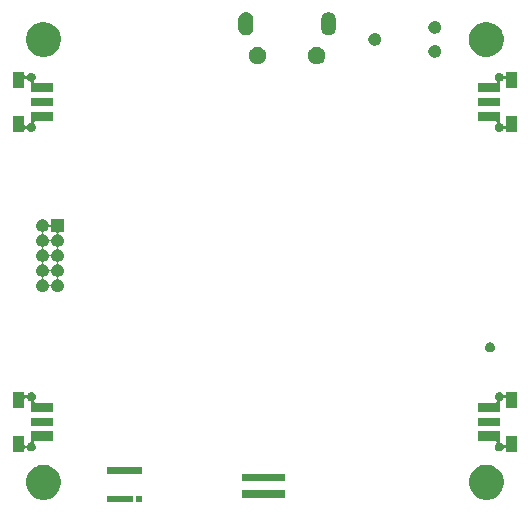
<source format=gbr>
G04 #@! TF.GenerationSoftware,KiCad,Pcbnew,5.0.2+dfsg1-1*
G04 #@! TF.CreationDate,2020-12-10T00:07:48-08:00*
G04 #@! TF.ProjectId,chronopy,6368726f-6e6f-4707-992e-6b696361645f,rev?*
G04 #@! TF.SameCoordinates,Original*
G04 #@! TF.FileFunction,Soldermask,Top*
G04 #@! TF.FilePolarity,Negative*
%FSLAX46Y46*%
G04 Gerber Fmt 4.6, Leading zero omitted, Abs format (unit mm)*
G04 Created by KiCad (PCBNEW 5.0.2+dfsg1-1) date Thu 10 Dec 2020 12:07:48 AM PST*
%MOMM*%
%LPD*%
G01*
G04 APERTURE LIST*
%ADD10C,0.100000*%
G04 APERTURE END LIST*
D10*
G36*
X109825835Y-117941273D02*
X109275035Y-117941273D01*
X109275035Y-117390473D01*
X109825835Y-117390473D01*
X109825835Y-117941273D01*
X109825835Y-117941273D01*
G37*
G36*
X109005835Y-117941273D02*
X106855035Y-117941273D01*
X106855035Y-117390473D01*
X109005835Y-117390473D01*
X109005835Y-117941273D01*
X109005835Y-117941273D01*
G37*
G36*
X139372376Y-114836938D02*
X139372379Y-114836939D01*
X139372378Y-114836939D01*
X139640884Y-114948157D01*
X139640885Y-114948158D01*
X139882536Y-115109624D01*
X140088036Y-115315124D01*
X140088038Y-115315127D01*
X140249503Y-115556776D01*
X140335526Y-115764454D01*
X140360722Y-115825284D01*
X140417420Y-116110324D01*
X140417420Y-116400956D01*
X140360722Y-116685996D01*
X140360721Y-116685998D01*
X140249503Y-116954504D01*
X140249502Y-116954505D01*
X140088036Y-117196156D01*
X139882536Y-117401656D01*
X139882533Y-117401658D01*
X139640884Y-117563123D01*
X139433206Y-117649146D01*
X139372376Y-117674342D01*
X139087336Y-117731040D01*
X138796704Y-117731040D01*
X138511664Y-117674342D01*
X138450834Y-117649146D01*
X138243156Y-117563123D01*
X138001507Y-117401658D01*
X138001504Y-117401656D01*
X137796004Y-117196156D01*
X137634538Y-116954505D01*
X137634537Y-116954504D01*
X137523319Y-116685998D01*
X137523318Y-116685996D01*
X137466620Y-116400956D01*
X137466620Y-116110324D01*
X137523318Y-115825284D01*
X137548514Y-115764454D01*
X137634537Y-115556776D01*
X137796002Y-115315127D01*
X137796004Y-115315124D01*
X138001504Y-115109624D01*
X138243155Y-114948158D01*
X138243156Y-114948157D01*
X138511662Y-114836939D01*
X138511661Y-114836939D01*
X138511664Y-114836938D01*
X138796704Y-114780240D01*
X139087336Y-114780240D01*
X139372376Y-114836938D01*
X139372376Y-114836938D01*
G37*
G36*
X101874356Y-114834398D02*
X101935186Y-114859594D01*
X102142864Y-114945617D01*
X102381255Y-115104905D01*
X102384516Y-115107084D01*
X102590016Y-115312584D01*
X102590018Y-115312587D01*
X102751483Y-115554236D01*
X102752535Y-115556776D01*
X102862702Y-115822744D01*
X102919400Y-116107784D01*
X102919400Y-116398416D01*
X102862702Y-116683456D01*
X102862701Y-116683458D01*
X102751483Y-116951964D01*
X102749785Y-116954505D01*
X102590016Y-117193616D01*
X102384516Y-117399116D01*
X102384513Y-117399118D01*
X102142864Y-117560583D01*
X101935186Y-117646606D01*
X101874356Y-117671802D01*
X101589316Y-117728500D01*
X101298684Y-117728500D01*
X101013644Y-117671802D01*
X100952814Y-117646606D01*
X100745136Y-117560583D01*
X100503487Y-117399118D01*
X100503484Y-117399116D01*
X100297984Y-117193616D01*
X100138215Y-116954505D01*
X100136517Y-116951964D01*
X100025299Y-116683458D01*
X100025298Y-116683456D01*
X99968600Y-116398416D01*
X99968600Y-116107784D01*
X100025298Y-115822744D01*
X100135465Y-115556776D01*
X100136517Y-115554236D01*
X100297982Y-115312587D01*
X100297984Y-115312584D01*
X100503484Y-115107084D01*
X100506745Y-115104905D01*
X100745136Y-114945617D01*
X100952814Y-114859594D01*
X101013644Y-114834398D01*
X101298684Y-114777700D01*
X101589316Y-114777700D01*
X101874356Y-114834398D01*
X101874356Y-114834398D01*
G37*
G36*
X121936490Y-117583820D02*
X118261110Y-117583820D01*
X118261110Y-116933580D01*
X121936490Y-116933580D01*
X121936490Y-117583820D01*
X121936490Y-117583820D01*
G37*
G36*
X121936490Y-116186820D02*
X118261110Y-116186820D01*
X118261110Y-115536580D01*
X121936490Y-115536580D01*
X121936490Y-116186820D01*
X121936490Y-116186820D01*
G37*
G36*
X109805835Y-115541273D02*
X106855035Y-115541273D01*
X106855035Y-114990473D01*
X109805835Y-114990473D01*
X109805835Y-115541273D01*
X109805835Y-115541273D01*
G37*
G36*
X102238754Y-112757719D02*
X100746426Y-112757719D01*
X100722040Y-112760121D01*
X100698591Y-112767234D01*
X100676980Y-112778785D01*
X100658038Y-112794331D01*
X100642492Y-112813273D01*
X100630941Y-112834884D01*
X100623828Y-112858333D01*
X100621426Y-112882719D01*
X100623828Y-112907105D01*
X100630941Y-112930554D01*
X100642492Y-112952165D01*
X100658038Y-112971107D01*
X100704946Y-113018015D01*
X100746029Y-113079500D01*
X100774328Y-113147819D01*
X100788754Y-113220344D01*
X100788754Y-113294294D01*
X100774328Y-113366819D01*
X100746029Y-113435138D01*
X100704946Y-113496623D01*
X100652658Y-113548911D01*
X100591173Y-113589994D01*
X100522854Y-113618293D01*
X100450329Y-113632719D01*
X100376379Y-113632719D01*
X100303854Y-113618293D01*
X100235535Y-113589994D01*
X100174050Y-113548911D01*
X100121762Y-113496623D01*
X100080679Y-113435138D01*
X100079239Y-113431662D01*
X100067688Y-113410051D01*
X100052143Y-113391109D01*
X100033201Y-113375564D01*
X100011590Y-113364012D01*
X99988141Y-113356899D01*
X99963755Y-113354497D01*
X99939368Y-113356899D01*
X99915919Y-113364012D01*
X99894308Y-113375563D01*
X99875366Y-113391108D01*
X99859821Y-113410050D01*
X99848269Y-113431661D01*
X99841156Y-113455110D01*
X99838754Y-113479497D01*
X99838754Y-113657719D01*
X98887954Y-113657719D01*
X98887954Y-112306919D01*
X99838754Y-112306919D01*
X99838754Y-113035141D01*
X99841156Y-113059527D01*
X99848269Y-113082976D01*
X99859820Y-113104587D01*
X99875366Y-113123529D01*
X99894308Y-113139075D01*
X99915919Y-113150626D01*
X99939368Y-113157739D01*
X99963754Y-113160141D01*
X99988140Y-113157739D01*
X100011589Y-113150626D01*
X100033200Y-113139075D01*
X100052142Y-113123529D01*
X100067688Y-113104587D01*
X100079239Y-113082976D01*
X100080679Y-113079500D01*
X100121762Y-113018015D01*
X100174050Y-112965727D01*
X100235535Y-112924644D01*
X100310789Y-112893473D01*
X100332400Y-112881922D01*
X100351342Y-112866377D01*
X100366887Y-112847435D01*
X100378439Y-112825824D01*
X100385552Y-112802375D01*
X100387954Y-112777988D01*
X100387954Y-111956919D01*
X102238754Y-111956919D01*
X102238754Y-112757719D01*
X102238754Y-112757719D01*
G37*
G36*
X140062754Y-112777988D02*
X140065156Y-112802374D01*
X140072269Y-112825823D01*
X140083820Y-112847434D01*
X140099366Y-112866376D01*
X140118308Y-112881922D01*
X140139919Y-112893473D01*
X140215173Y-112924644D01*
X140276658Y-112965727D01*
X140328946Y-113018015D01*
X140370029Y-113079500D01*
X140371469Y-113082976D01*
X140383020Y-113104587D01*
X140398565Y-113123529D01*
X140417507Y-113139074D01*
X140439118Y-113150626D01*
X140462567Y-113157739D01*
X140486953Y-113160141D01*
X140511340Y-113157739D01*
X140534789Y-113150626D01*
X140556400Y-113139075D01*
X140575342Y-113123530D01*
X140590887Y-113104588D01*
X140602439Y-113082977D01*
X140609552Y-113059528D01*
X140611954Y-113035141D01*
X140611954Y-112306919D01*
X141562754Y-112306919D01*
X141562754Y-113657719D01*
X140611954Y-113657719D01*
X140611954Y-113479497D01*
X140609552Y-113455111D01*
X140602439Y-113431662D01*
X140590888Y-113410051D01*
X140575342Y-113391109D01*
X140556400Y-113375563D01*
X140534789Y-113364012D01*
X140511340Y-113356899D01*
X140486954Y-113354497D01*
X140462568Y-113356899D01*
X140439119Y-113364012D01*
X140417508Y-113375563D01*
X140398566Y-113391109D01*
X140383020Y-113410051D01*
X140371469Y-113431662D01*
X140370029Y-113435138D01*
X140328946Y-113496623D01*
X140276658Y-113548911D01*
X140215173Y-113589994D01*
X140146854Y-113618293D01*
X140074329Y-113632719D01*
X140000379Y-113632719D01*
X139927854Y-113618293D01*
X139859535Y-113589994D01*
X139798050Y-113548911D01*
X139745762Y-113496623D01*
X139704679Y-113435138D01*
X139676380Y-113366819D01*
X139661954Y-113294294D01*
X139661954Y-113220344D01*
X139676380Y-113147819D01*
X139704679Y-113079500D01*
X139745762Y-113018015D01*
X139792670Y-112971107D01*
X139808216Y-112952165D01*
X139819767Y-112930554D01*
X139826880Y-112907105D01*
X139829282Y-112882719D01*
X139826880Y-112858333D01*
X139819767Y-112834884D01*
X139808216Y-112813273D01*
X139792670Y-112794331D01*
X139773728Y-112778785D01*
X139752117Y-112767234D01*
X139728668Y-112760121D01*
X139704282Y-112757719D01*
X138211954Y-112757719D01*
X138211954Y-111956919D01*
X140062754Y-111956919D01*
X140062754Y-112777988D01*
X140062754Y-112777988D01*
G37*
G36*
X102238754Y-111457719D02*
X100387954Y-111457719D01*
X100387954Y-110806919D01*
X102238754Y-110806919D01*
X102238754Y-111457719D01*
X102238754Y-111457719D01*
G37*
G36*
X140062754Y-111457719D02*
X138211954Y-111457719D01*
X138211954Y-110806919D01*
X140062754Y-110806919D01*
X140062754Y-111457719D01*
X140062754Y-111457719D01*
G37*
G36*
X99838754Y-108785141D02*
X99841156Y-108809527D01*
X99848269Y-108832976D01*
X99859820Y-108854587D01*
X99875366Y-108873529D01*
X99894308Y-108889075D01*
X99915919Y-108900626D01*
X99939368Y-108907739D01*
X99963754Y-108910141D01*
X99988140Y-108907739D01*
X100011589Y-108900626D01*
X100033200Y-108889075D01*
X100052142Y-108873529D01*
X100067688Y-108854587D01*
X100079239Y-108832976D01*
X100080679Y-108829500D01*
X100121762Y-108768015D01*
X100174050Y-108715727D01*
X100235535Y-108674644D01*
X100303854Y-108646345D01*
X100376379Y-108631919D01*
X100450329Y-108631919D01*
X100522854Y-108646345D01*
X100591173Y-108674644D01*
X100652658Y-108715727D01*
X100704946Y-108768015D01*
X100746029Y-108829500D01*
X100774328Y-108897819D01*
X100788754Y-108970344D01*
X100788754Y-109044294D01*
X100774328Y-109116819D01*
X100746029Y-109185138D01*
X100704946Y-109246623D01*
X100658038Y-109293531D01*
X100642492Y-109312473D01*
X100630941Y-109334084D01*
X100623828Y-109357533D01*
X100621426Y-109381919D01*
X100623828Y-109406305D01*
X100630941Y-109429754D01*
X100642492Y-109451365D01*
X100658038Y-109470307D01*
X100676980Y-109485853D01*
X100698591Y-109497404D01*
X100722040Y-109504517D01*
X100746426Y-109506919D01*
X102238754Y-109506919D01*
X102238754Y-110307719D01*
X100387954Y-110307719D01*
X100387954Y-109486650D01*
X100385552Y-109462264D01*
X100378439Y-109438815D01*
X100366888Y-109417204D01*
X100351342Y-109398262D01*
X100332400Y-109382716D01*
X100310789Y-109371165D01*
X100235535Y-109339994D01*
X100174050Y-109298911D01*
X100121762Y-109246623D01*
X100080679Y-109185138D01*
X100079239Y-109181662D01*
X100067688Y-109160051D01*
X100052143Y-109141109D01*
X100033201Y-109125564D01*
X100011590Y-109114012D01*
X99988141Y-109106899D01*
X99963755Y-109104497D01*
X99939368Y-109106899D01*
X99915919Y-109114012D01*
X99894308Y-109125563D01*
X99875366Y-109141108D01*
X99859821Y-109160050D01*
X99848269Y-109181661D01*
X99841156Y-109205110D01*
X99838754Y-109229497D01*
X99838754Y-109957719D01*
X98887954Y-109957719D01*
X98887954Y-108606919D01*
X99838754Y-108606919D01*
X99838754Y-108785141D01*
X99838754Y-108785141D01*
G37*
G36*
X141562754Y-109957719D02*
X140611954Y-109957719D01*
X140611954Y-109229497D01*
X140609552Y-109205111D01*
X140602439Y-109181662D01*
X140590888Y-109160051D01*
X140575342Y-109141109D01*
X140556400Y-109125563D01*
X140534789Y-109114012D01*
X140511340Y-109106899D01*
X140486954Y-109104497D01*
X140462568Y-109106899D01*
X140439119Y-109114012D01*
X140417508Y-109125563D01*
X140398566Y-109141109D01*
X140383020Y-109160051D01*
X140371469Y-109181662D01*
X140370029Y-109185138D01*
X140328946Y-109246623D01*
X140276658Y-109298911D01*
X140215173Y-109339994D01*
X140139919Y-109371165D01*
X140118308Y-109382716D01*
X140099366Y-109398261D01*
X140083821Y-109417203D01*
X140072269Y-109438814D01*
X140065156Y-109462263D01*
X140062754Y-109486650D01*
X140062754Y-110307719D01*
X138211954Y-110307719D01*
X138211954Y-109506919D01*
X139704282Y-109506919D01*
X139728668Y-109504517D01*
X139752117Y-109497404D01*
X139773728Y-109485853D01*
X139792670Y-109470307D01*
X139808216Y-109451365D01*
X139819767Y-109429754D01*
X139826880Y-109406305D01*
X139829282Y-109381919D01*
X139826880Y-109357533D01*
X139819767Y-109334084D01*
X139808216Y-109312473D01*
X139792670Y-109293531D01*
X139745762Y-109246623D01*
X139704679Y-109185138D01*
X139676380Y-109116819D01*
X139661954Y-109044294D01*
X139661954Y-108970344D01*
X139676380Y-108897819D01*
X139704679Y-108829500D01*
X139745762Y-108768015D01*
X139798050Y-108715727D01*
X139859535Y-108674644D01*
X139927854Y-108646345D01*
X140000379Y-108631919D01*
X140074329Y-108631919D01*
X140146854Y-108646345D01*
X140215173Y-108674644D01*
X140276658Y-108715727D01*
X140328946Y-108768015D01*
X140370029Y-108829500D01*
X140371469Y-108832976D01*
X140383020Y-108854587D01*
X140398565Y-108873529D01*
X140417507Y-108889074D01*
X140439118Y-108900626D01*
X140462567Y-108907739D01*
X140486953Y-108910141D01*
X140511340Y-108907739D01*
X140534789Y-108900626D01*
X140556400Y-108889075D01*
X140575342Y-108873530D01*
X140590887Y-108854588D01*
X140602439Y-108832977D01*
X140609552Y-108809528D01*
X140611954Y-108785141D01*
X140611954Y-108606919D01*
X141562754Y-108606919D01*
X141562754Y-109957719D01*
X141562754Y-109957719D01*
G37*
G36*
X139376439Y-104417267D02*
X139453856Y-104449335D01*
X139523531Y-104495890D01*
X139582783Y-104555142D01*
X139629338Y-104624817D01*
X139661406Y-104702234D01*
X139677754Y-104784421D01*
X139677754Y-104868217D01*
X139661406Y-104950404D01*
X139629338Y-105027821D01*
X139582783Y-105097496D01*
X139523531Y-105156748D01*
X139453856Y-105203303D01*
X139376439Y-105235371D01*
X139294252Y-105251719D01*
X139210456Y-105251719D01*
X139128269Y-105235371D01*
X139050852Y-105203303D01*
X138981177Y-105156748D01*
X138921925Y-105097496D01*
X138875370Y-105027821D01*
X138843302Y-104950404D01*
X138826954Y-104868217D01*
X138826954Y-104784421D01*
X138843302Y-104702234D01*
X138875370Y-104624817D01*
X138921925Y-104555142D01*
X138981177Y-104495890D01*
X139050852Y-104449335D01*
X139128269Y-104417267D01*
X139210456Y-104400919D01*
X139294252Y-104400919D01*
X139376439Y-104417267D01*
X139376439Y-104417267D01*
G37*
G36*
X101430956Y-94007121D02*
X101469549Y-94010922D01*
X101519068Y-94025943D01*
X101568589Y-94040965D01*
X101617376Y-94067043D01*
X101659862Y-94089752D01*
X101659864Y-94089753D01*
X101659863Y-94089753D01*
X101739865Y-94155408D01*
X101805520Y-94235410D01*
X101854308Y-94326684D01*
X101859245Y-94342961D01*
X101866536Y-94366995D01*
X101875913Y-94389632D01*
X101889526Y-94410007D01*
X101906853Y-94427334D01*
X101927228Y-94440948D01*
X101949867Y-94450325D01*
X101973900Y-94455106D01*
X101998404Y-94455106D01*
X102022438Y-94450326D01*
X102045077Y-94440948D01*
X102065452Y-94427335D01*
X102082779Y-94410008D01*
X102096393Y-94389633D01*
X102105770Y-94366994D01*
X102110551Y-94342961D01*
X102111153Y-94330708D01*
X102111153Y-94003320D01*
X103161953Y-94003320D01*
X103161953Y-95054120D01*
X102834565Y-95054120D01*
X102810179Y-95056522D01*
X102786730Y-95063635D01*
X102765119Y-95075186D01*
X102746177Y-95090732D01*
X102730631Y-95109674D01*
X102719080Y-95131285D01*
X102711967Y-95154734D01*
X102709565Y-95179120D01*
X102711967Y-95203506D01*
X102719080Y-95226955D01*
X102730631Y-95248566D01*
X102746177Y-95267508D01*
X102765119Y-95283054D01*
X102786730Y-95294605D01*
X102798276Y-95298736D01*
X102815925Y-95304090D01*
X102838589Y-95310965D01*
X102887376Y-95337043D01*
X102929862Y-95359752D01*
X102929864Y-95359753D01*
X102929863Y-95359753D01*
X103009865Y-95425408D01*
X103075520Y-95505410D01*
X103124308Y-95596684D01*
X103124308Y-95596685D01*
X103154351Y-95695724D01*
X103164495Y-95798720D01*
X103155797Y-95887039D01*
X103154351Y-95901715D01*
X103124308Y-96000756D01*
X103075520Y-96092030D01*
X103009865Y-96172032D01*
X102937035Y-96231801D01*
X102929862Y-96237688D01*
X102887376Y-96260397D01*
X102838589Y-96286475D01*
X102802519Y-96297416D01*
X102747508Y-96314104D01*
X102724873Y-96323480D01*
X102704498Y-96337093D01*
X102687171Y-96354420D01*
X102673557Y-96374795D01*
X102664180Y-96397434D01*
X102659399Y-96421467D01*
X102659399Y-96445971D01*
X102664179Y-96470005D01*
X102673557Y-96492644D01*
X102687170Y-96513019D01*
X102704497Y-96530346D01*
X102724872Y-96543960D01*
X102747508Y-96553336D01*
X102802519Y-96570024D01*
X102838589Y-96580965D01*
X102887376Y-96607043D01*
X102929862Y-96629752D01*
X102929864Y-96629753D01*
X102929863Y-96629753D01*
X103009865Y-96695408D01*
X103075520Y-96775410D01*
X103124308Y-96866684D01*
X103124308Y-96866685D01*
X103154351Y-96965724D01*
X103164495Y-97068720D01*
X103155797Y-97157039D01*
X103154351Y-97171715D01*
X103124308Y-97270756D01*
X103075520Y-97362030D01*
X103009865Y-97442032D01*
X102937035Y-97501801D01*
X102929862Y-97507688D01*
X102887376Y-97530397D01*
X102838589Y-97556475D01*
X102802519Y-97567416D01*
X102747508Y-97584104D01*
X102724873Y-97593480D01*
X102704498Y-97607093D01*
X102687171Y-97624420D01*
X102673557Y-97644795D01*
X102664180Y-97667434D01*
X102659399Y-97691467D01*
X102659399Y-97715971D01*
X102664179Y-97740005D01*
X102673557Y-97762644D01*
X102687170Y-97783019D01*
X102704497Y-97800346D01*
X102724872Y-97813960D01*
X102747508Y-97823336D01*
X102802519Y-97840024D01*
X102838589Y-97850965D01*
X102887376Y-97877043D01*
X102929862Y-97899752D01*
X102929864Y-97899753D01*
X102929863Y-97899753D01*
X103009865Y-97965408D01*
X103075520Y-98045410D01*
X103124308Y-98136684D01*
X103124308Y-98136685D01*
X103154351Y-98235724D01*
X103164495Y-98338720D01*
X103155797Y-98427039D01*
X103154351Y-98441715D01*
X103124308Y-98540756D01*
X103075520Y-98632030D01*
X103009865Y-98712032D01*
X102937036Y-98771801D01*
X102929862Y-98777688D01*
X102887376Y-98800397D01*
X102838589Y-98826475D01*
X102802519Y-98837416D01*
X102747508Y-98854104D01*
X102724873Y-98863480D01*
X102704498Y-98877093D01*
X102687171Y-98894420D01*
X102673557Y-98914795D01*
X102664180Y-98937434D01*
X102659399Y-98961467D01*
X102659399Y-98985971D01*
X102664179Y-99010005D01*
X102673557Y-99032644D01*
X102687170Y-99053019D01*
X102704497Y-99070346D01*
X102724872Y-99083960D01*
X102747508Y-99093336D01*
X102802519Y-99110024D01*
X102838589Y-99120965D01*
X102887376Y-99147043D01*
X102929862Y-99169752D01*
X102929864Y-99169753D01*
X102929863Y-99169753D01*
X103009865Y-99235408D01*
X103075520Y-99315410D01*
X103124308Y-99406684D01*
X103124308Y-99406685D01*
X103154351Y-99505724D01*
X103164495Y-99608720D01*
X103155797Y-99697039D01*
X103154351Y-99711715D01*
X103124308Y-99810756D01*
X103075520Y-99902030D01*
X103009865Y-99982032D01*
X102937036Y-100041801D01*
X102929862Y-100047688D01*
X102887376Y-100070397D01*
X102838589Y-100096475D01*
X102789069Y-100111496D01*
X102739549Y-100126518D01*
X102700956Y-100130319D01*
X102662364Y-100134120D01*
X102610742Y-100134120D01*
X102572150Y-100130319D01*
X102533557Y-100126518D01*
X102484037Y-100111496D01*
X102434517Y-100096475D01*
X102385730Y-100070397D01*
X102343244Y-100047688D01*
X102336070Y-100041801D01*
X102263241Y-99982032D01*
X102197586Y-99902030D01*
X102148798Y-99810756D01*
X102121171Y-99719679D01*
X102111793Y-99697040D01*
X102098180Y-99676665D01*
X102080853Y-99659338D01*
X102060478Y-99645724D01*
X102037839Y-99636347D01*
X102013806Y-99631566D01*
X101989302Y-99631566D01*
X101965268Y-99636346D01*
X101942629Y-99645724D01*
X101922254Y-99659337D01*
X101904927Y-99676664D01*
X101891313Y-99697039D01*
X101881935Y-99719679D01*
X101854308Y-99810756D01*
X101805520Y-99902030D01*
X101739865Y-99982032D01*
X101667036Y-100041801D01*
X101659862Y-100047688D01*
X101617376Y-100070397D01*
X101568589Y-100096475D01*
X101519069Y-100111496D01*
X101469549Y-100126518D01*
X101430956Y-100130319D01*
X101392364Y-100134120D01*
X101340742Y-100134120D01*
X101302150Y-100130319D01*
X101263557Y-100126518D01*
X101214037Y-100111496D01*
X101164517Y-100096475D01*
X101115730Y-100070397D01*
X101073244Y-100047688D01*
X101066070Y-100041801D01*
X100993241Y-99982032D01*
X100927586Y-99902030D01*
X100878798Y-99810756D01*
X100848755Y-99711715D01*
X100847310Y-99697039D01*
X100838611Y-99608720D01*
X100848755Y-99505724D01*
X100878798Y-99406685D01*
X100878798Y-99406684D01*
X100927586Y-99315410D01*
X100993241Y-99235408D01*
X101073243Y-99169753D01*
X101073242Y-99169753D01*
X101073244Y-99169752D01*
X101115730Y-99147043D01*
X101164517Y-99120965D01*
X101200587Y-99110024D01*
X101255598Y-99093336D01*
X101278233Y-99083960D01*
X101298608Y-99070347D01*
X101315935Y-99053020D01*
X101329549Y-99032645D01*
X101338926Y-99010006D01*
X101343707Y-98985973D01*
X101343707Y-98961469D01*
X101343707Y-98961467D01*
X101389399Y-98961467D01*
X101389399Y-98985971D01*
X101394179Y-99010005D01*
X101403557Y-99032644D01*
X101417170Y-99053019D01*
X101434497Y-99070346D01*
X101454872Y-99083960D01*
X101477508Y-99093336D01*
X101532519Y-99110024D01*
X101568589Y-99120965D01*
X101617376Y-99147043D01*
X101659862Y-99169752D01*
X101659864Y-99169753D01*
X101659863Y-99169753D01*
X101739865Y-99235408D01*
X101805520Y-99315410D01*
X101854308Y-99406684D01*
X101881935Y-99497761D01*
X101891313Y-99520400D01*
X101904926Y-99540775D01*
X101922253Y-99558102D01*
X101942628Y-99571716D01*
X101965267Y-99581093D01*
X101989300Y-99585874D01*
X102013804Y-99585874D01*
X102037838Y-99581094D01*
X102060477Y-99571716D01*
X102080852Y-99558103D01*
X102098179Y-99540776D01*
X102111793Y-99520401D01*
X102121171Y-99497761D01*
X102148798Y-99406684D01*
X102197586Y-99315410D01*
X102263241Y-99235408D01*
X102343243Y-99169753D01*
X102343242Y-99169753D01*
X102343244Y-99169752D01*
X102385730Y-99147043D01*
X102434517Y-99120965D01*
X102470587Y-99110024D01*
X102525598Y-99093336D01*
X102548233Y-99083960D01*
X102568608Y-99070347D01*
X102585935Y-99053020D01*
X102599549Y-99032645D01*
X102608926Y-99010006D01*
X102613707Y-98985973D01*
X102613707Y-98961469D01*
X102608927Y-98937435D01*
X102599549Y-98914796D01*
X102585936Y-98894421D01*
X102568609Y-98877094D01*
X102548234Y-98863480D01*
X102525598Y-98854104D01*
X102470587Y-98837416D01*
X102434517Y-98826475D01*
X102385730Y-98800397D01*
X102343244Y-98777688D01*
X102336070Y-98771801D01*
X102263241Y-98712032D01*
X102197586Y-98632030D01*
X102148798Y-98540756D01*
X102121171Y-98449679D01*
X102111793Y-98427040D01*
X102098180Y-98406665D01*
X102080853Y-98389338D01*
X102060478Y-98375724D01*
X102037839Y-98366347D01*
X102013806Y-98361566D01*
X101989302Y-98361566D01*
X101965268Y-98366346D01*
X101942629Y-98375724D01*
X101922254Y-98389337D01*
X101904927Y-98406664D01*
X101891313Y-98427039D01*
X101881935Y-98449679D01*
X101854308Y-98540756D01*
X101805520Y-98632030D01*
X101739865Y-98712032D01*
X101667036Y-98771801D01*
X101659862Y-98777688D01*
X101617376Y-98800397D01*
X101568589Y-98826475D01*
X101532519Y-98837416D01*
X101477508Y-98854104D01*
X101454873Y-98863480D01*
X101434498Y-98877093D01*
X101417171Y-98894420D01*
X101403557Y-98914795D01*
X101394180Y-98937434D01*
X101389399Y-98961467D01*
X101343707Y-98961467D01*
X101338927Y-98937435D01*
X101329549Y-98914796D01*
X101315936Y-98894421D01*
X101298609Y-98877094D01*
X101278234Y-98863480D01*
X101255598Y-98854104D01*
X101200587Y-98837416D01*
X101164517Y-98826475D01*
X101115730Y-98800397D01*
X101073244Y-98777688D01*
X101066070Y-98771801D01*
X100993241Y-98712032D01*
X100927586Y-98632030D01*
X100878798Y-98540756D01*
X100848755Y-98441715D01*
X100847310Y-98427039D01*
X100838611Y-98338720D01*
X100848755Y-98235724D01*
X100878798Y-98136685D01*
X100878798Y-98136684D01*
X100927586Y-98045410D01*
X100993241Y-97965408D01*
X101073243Y-97899753D01*
X101073242Y-97899753D01*
X101073244Y-97899752D01*
X101115730Y-97877043D01*
X101164517Y-97850965D01*
X101200587Y-97840024D01*
X101255598Y-97823336D01*
X101278233Y-97813960D01*
X101298608Y-97800347D01*
X101315935Y-97783020D01*
X101329549Y-97762645D01*
X101338926Y-97740006D01*
X101343707Y-97715973D01*
X101343707Y-97691469D01*
X101343707Y-97691467D01*
X101389399Y-97691467D01*
X101389399Y-97715971D01*
X101394179Y-97740005D01*
X101403557Y-97762644D01*
X101417170Y-97783019D01*
X101434497Y-97800346D01*
X101454872Y-97813960D01*
X101477508Y-97823336D01*
X101532519Y-97840024D01*
X101568589Y-97850965D01*
X101617376Y-97877043D01*
X101659862Y-97899752D01*
X101659864Y-97899753D01*
X101659863Y-97899753D01*
X101739865Y-97965408D01*
X101805520Y-98045410D01*
X101854308Y-98136684D01*
X101881935Y-98227761D01*
X101891313Y-98250400D01*
X101904926Y-98270775D01*
X101922253Y-98288102D01*
X101942628Y-98301716D01*
X101965267Y-98311093D01*
X101989300Y-98315874D01*
X102013804Y-98315874D01*
X102037838Y-98311094D01*
X102060477Y-98301716D01*
X102080852Y-98288103D01*
X102098179Y-98270776D01*
X102111793Y-98250401D01*
X102121171Y-98227761D01*
X102148798Y-98136684D01*
X102197586Y-98045410D01*
X102263241Y-97965408D01*
X102343243Y-97899753D01*
X102343242Y-97899753D01*
X102343244Y-97899752D01*
X102385730Y-97877043D01*
X102434517Y-97850965D01*
X102470587Y-97840024D01*
X102525598Y-97823336D01*
X102548233Y-97813960D01*
X102568608Y-97800347D01*
X102585935Y-97783020D01*
X102599549Y-97762645D01*
X102608926Y-97740006D01*
X102613707Y-97715973D01*
X102613707Y-97691469D01*
X102608927Y-97667435D01*
X102599549Y-97644796D01*
X102585936Y-97624421D01*
X102568609Y-97607094D01*
X102548234Y-97593480D01*
X102525598Y-97584104D01*
X102470587Y-97567416D01*
X102434517Y-97556475D01*
X102385730Y-97530397D01*
X102343244Y-97507688D01*
X102336071Y-97501801D01*
X102263241Y-97442032D01*
X102197586Y-97362030D01*
X102148798Y-97270756D01*
X102121171Y-97179679D01*
X102111793Y-97157040D01*
X102098180Y-97136665D01*
X102080853Y-97119338D01*
X102060478Y-97105724D01*
X102037839Y-97096347D01*
X102013806Y-97091566D01*
X101989302Y-97091566D01*
X101965268Y-97096346D01*
X101942629Y-97105724D01*
X101922254Y-97119337D01*
X101904927Y-97136664D01*
X101891313Y-97157039D01*
X101881935Y-97179679D01*
X101854308Y-97270756D01*
X101805520Y-97362030D01*
X101739865Y-97442032D01*
X101667035Y-97501801D01*
X101659862Y-97507688D01*
X101617376Y-97530397D01*
X101568589Y-97556475D01*
X101532519Y-97567416D01*
X101477508Y-97584104D01*
X101454873Y-97593480D01*
X101434498Y-97607093D01*
X101417171Y-97624420D01*
X101403557Y-97644795D01*
X101394180Y-97667434D01*
X101389399Y-97691467D01*
X101343707Y-97691467D01*
X101338927Y-97667435D01*
X101329549Y-97644796D01*
X101315936Y-97624421D01*
X101298609Y-97607094D01*
X101278234Y-97593480D01*
X101255598Y-97584104D01*
X101200587Y-97567416D01*
X101164517Y-97556475D01*
X101115730Y-97530397D01*
X101073244Y-97507688D01*
X101066071Y-97501801D01*
X100993241Y-97442032D01*
X100927586Y-97362030D01*
X100878798Y-97270756D01*
X100848755Y-97171715D01*
X100847310Y-97157039D01*
X100838611Y-97068720D01*
X100848755Y-96965724D01*
X100878798Y-96866685D01*
X100878798Y-96866684D01*
X100927586Y-96775410D01*
X100993241Y-96695408D01*
X101073243Y-96629753D01*
X101073242Y-96629753D01*
X101073244Y-96629752D01*
X101115730Y-96607043D01*
X101164517Y-96580965D01*
X101200587Y-96570024D01*
X101255598Y-96553336D01*
X101278233Y-96543960D01*
X101298608Y-96530347D01*
X101315935Y-96513020D01*
X101329549Y-96492645D01*
X101338926Y-96470006D01*
X101343707Y-96445973D01*
X101343707Y-96421469D01*
X101343707Y-96421467D01*
X101389399Y-96421467D01*
X101389399Y-96445971D01*
X101394179Y-96470005D01*
X101403557Y-96492644D01*
X101417170Y-96513019D01*
X101434497Y-96530346D01*
X101454872Y-96543960D01*
X101477508Y-96553336D01*
X101532519Y-96570024D01*
X101568589Y-96580965D01*
X101617376Y-96607043D01*
X101659862Y-96629752D01*
X101659864Y-96629753D01*
X101659863Y-96629753D01*
X101739865Y-96695408D01*
X101805520Y-96775410D01*
X101854308Y-96866684D01*
X101881935Y-96957761D01*
X101891313Y-96980400D01*
X101904926Y-97000775D01*
X101922253Y-97018102D01*
X101942628Y-97031716D01*
X101965267Y-97041093D01*
X101989300Y-97045874D01*
X102013804Y-97045874D01*
X102037838Y-97041094D01*
X102060477Y-97031716D01*
X102080852Y-97018103D01*
X102098179Y-97000776D01*
X102111793Y-96980401D01*
X102121171Y-96957761D01*
X102148798Y-96866684D01*
X102197586Y-96775410D01*
X102263241Y-96695408D01*
X102343243Y-96629753D01*
X102343242Y-96629753D01*
X102343244Y-96629752D01*
X102385730Y-96607043D01*
X102434517Y-96580965D01*
X102470587Y-96570024D01*
X102525598Y-96553336D01*
X102548233Y-96543960D01*
X102568608Y-96530347D01*
X102585935Y-96513020D01*
X102599549Y-96492645D01*
X102608926Y-96470006D01*
X102613707Y-96445973D01*
X102613707Y-96421469D01*
X102608927Y-96397435D01*
X102599549Y-96374796D01*
X102585936Y-96354421D01*
X102568609Y-96337094D01*
X102548234Y-96323480D01*
X102525598Y-96314104D01*
X102470587Y-96297416D01*
X102434517Y-96286475D01*
X102385730Y-96260397D01*
X102343244Y-96237688D01*
X102336071Y-96231801D01*
X102263241Y-96172032D01*
X102197586Y-96092030D01*
X102148798Y-96000756D01*
X102121171Y-95909679D01*
X102111793Y-95887040D01*
X102098180Y-95866665D01*
X102080853Y-95849338D01*
X102060478Y-95835724D01*
X102037839Y-95826347D01*
X102013806Y-95821566D01*
X101989302Y-95821566D01*
X101965268Y-95826346D01*
X101942629Y-95835724D01*
X101922254Y-95849337D01*
X101904927Y-95866664D01*
X101891313Y-95887039D01*
X101881935Y-95909679D01*
X101854308Y-96000756D01*
X101805520Y-96092030D01*
X101739865Y-96172032D01*
X101667035Y-96231801D01*
X101659862Y-96237688D01*
X101617376Y-96260397D01*
X101568589Y-96286475D01*
X101532519Y-96297416D01*
X101477508Y-96314104D01*
X101454873Y-96323480D01*
X101434498Y-96337093D01*
X101417171Y-96354420D01*
X101403557Y-96374795D01*
X101394180Y-96397434D01*
X101389399Y-96421467D01*
X101343707Y-96421467D01*
X101338927Y-96397435D01*
X101329549Y-96374796D01*
X101315936Y-96354421D01*
X101298609Y-96337094D01*
X101278234Y-96323480D01*
X101255598Y-96314104D01*
X101200587Y-96297416D01*
X101164517Y-96286475D01*
X101115730Y-96260397D01*
X101073244Y-96237688D01*
X101066071Y-96231801D01*
X100993241Y-96172032D01*
X100927586Y-96092030D01*
X100878798Y-96000756D01*
X100848755Y-95901715D01*
X100847310Y-95887039D01*
X100838611Y-95798720D01*
X100848755Y-95695724D01*
X100878798Y-95596685D01*
X100878798Y-95596684D01*
X100927586Y-95505410D01*
X100993241Y-95425408D01*
X101073243Y-95359753D01*
X101073242Y-95359753D01*
X101073244Y-95359752D01*
X101115730Y-95337043D01*
X101164517Y-95310965D01*
X101235741Y-95289360D01*
X101255598Y-95283336D01*
X101278233Y-95273960D01*
X101298608Y-95260347D01*
X101315935Y-95243020D01*
X101329549Y-95222645D01*
X101338926Y-95200006D01*
X101343707Y-95175973D01*
X101343707Y-95151469D01*
X101343707Y-95151467D01*
X101389399Y-95151467D01*
X101389399Y-95175971D01*
X101394179Y-95200005D01*
X101403557Y-95222644D01*
X101417170Y-95243019D01*
X101434497Y-95260346D01*
X101454872Y-95273960D01*
X101477508Y-95283336D01*
X101497365Y-95289360D01*
X101568589Y-95310965D01*
X101617376Y-95337043D01*
X101659862Y-95359752D01*
X101659864Y-95359753D01*
X101659863Y-95359753D01*
X101739865Y-95425408D01*
X101805520Y-95505410D01*
X101854308Y-95596684D01*
X101881935Y-95687761D01*
X101891313Y-95710400D01*
X101904926Y-95730775D01*
X101922253Y-95748102D01*
X101942628Y-95761716D01*
X101965267Y-95771093D01*
X101989300Y-95775874D01*
X102013804Y-95775874D01*
X102037838Y-95771094D01*
X102060477Y-95761716D01*
X102080852Y-95748103D01*
X102098179Y-95730776D01*
X102111793Y-95710401D01*
X102121171Y-95687761D01*
X102148798Y-95596684D01*
X102197586Y-95505410D01*
X102263241Y-95425408D01*
X102343243Y-95359753D01*
X102343242Y-95359753D01*
X102343244Y-95359752D01*
X102385730Y-95337043D01*
X102434517Y-95310965D01*
X102457181Y-95304090D01*
X102474828Y-95298737D01*
X102497465Y-95289360D01*
X102517840Y-95275747D01*
X102535167Y-95258420D01*
X102548781Y-95238045D01*
X102558158Y-95215406D01*
X102562939Y-95191373D01*
X102562939Y-95166869D01*
X102558159Y-95142835D01*
X102548781Y-95120196D01*
X102535168Y-95099821D01*
X102517841Y-95082494D01*
X102497466Y-95068880D01*
X102474827Y-95059503D01*
X102450794Y-95054722D01*
X102438541Y-95054120D01*
X102111153Y-95054120D01*
X102111153Y-94726732D01*
X102108751Y-94702346D01*
X102101638Y-94678897D01*
X102090087Y-94657286D01*
X102074541Y-94638344D01*
X102055599Y-94622798D01*
X102033988Y-94611247D01*
X102010539Y-94604134D01*
X101986153Y-94601732D01*
X101961767Y-94604134D01*
X101938318Y-94611247D01*
X101916707Y-94622798D01*
X101897765Y-94638344D01*
X101882219Y-94657286D01*
X101870668Y-94678897D01*
X101866535Y-94690447D01*
X101854308Y-94730756D01*
X101805520Y-94822030D01*
X101739865Y-94902032D01*
X101667035Y-94961801D01*
X101659862Y-94967688D01*
X101617376Y-94990397D01*
X101568589Y-95016475D01*
X101532519Y-95027416D01*
X101477508Y-95044104D01*
X101454873Y-95053480D01*
X101434498Y-95067093D01*
X101417171Y-95084420D01*
X101403557Y-95104795D01*
X101394180Y-95127434D01*
X101389399Y-95151467D01*
X101343707Y-95151467D01*
X101338927Y-95127435D01*
X101329549Y-95104796D01*
X101315936Y-95084421D01*
X101298609Y-95067094D01*
X101278234Y-95053480D01*
X101255598Y-95044104D01*
X101200587Y-95027416D01*
X101164517Y-95016475D01*
X101115730Y-94990397D01*
X101073244Y-94967688D01*
X101066071Y-94961801D01*
X100993241Y-94902032D01*
X100927586Y-94822030D01*
X100878798Y-94730756D01*
X100848755Y-94631715D01*
X100846039Y-94604134D01*
X100838611Y-94528720D01*
X100848755Y-94425724D01*
X100873861Y-94342961D01*
X100878798Y-94326684D01*
X100927586Y-94235410D01*
X100993241Y-94155408D01*
X101073243Y-94089753D01*
X101073242Y-94089753D01*
X101073244Y-94089752D01*
X101115730Y-94067043D01*
X101164517Y-94040965D01*
X101214038Y-94025943D01*
X101263557Y-94010922D01*
X101302150Y-94007121D01*
X101340742Y-94003320D01*
X101392364Y-94003320D01*
X101430956Y-94007121D01*
X101430956Y-94007121D01*
G37*
G36*
X140062754Y-85726988D02*
X140065156Y-85751374D01*
X140072269Y-85774823D01*
X140083820Y-85796434D01*
X140099366Y-85815376D01*
X140118308Y-85830922D01*
X140139919Y-85842473D01*
X140215173Y-85873644D01*
X140276658Y-85914727D01*
X140328946Y-85967015D01*
X140370029Y-86028500D01*
X140371469Y-86031976D01*
X140383020Y-86053587D01*
X140398565Y-86072529D01*
X140417507Y-86088074D01*
X140439118Y-86099626D01*
X140462567Y-86106739D01*
X140486953Y-86109141D01*
X140511340Y-86106739D01*
X140534789Y-86099626D01*
X140556400Y-86088075D01*
X140575342Y-86072530D01*
X140590887Y-86053588D01*
X140602439Y-86031977D01*
X140609552Y-86008528D01*
X140611954Y-85984141D01*
X140611954Y-85255919D01*
X141562754Y-85255919D01*
X141562754Y-86606719D01*
X140611954Y-86606719D01*
X140611954Y-86428497D01*
X140609552Y-86404111D01*
X140602439Y-86380662D01*
X140590888Y-86359051D01*
X140575342Y-86340109D01*
X140556400Y-86324563D01*
X140534789Y-86313012D01*
X140511340Y-86305899D01*
X140486954Y-86303497D01*
X140462568Y-86305899D01*
X140439119Y-86313012D01*
X140417508Y-86324563D01*
X140398566Y-86340109D01*
X140383020Y-86359051D01*
X140371469Y-86380662D01*
X140370029Y-86384138D01*
X140328946Y-86445623D01*
X140276658Y-86497911D01*
X140215173Y-86538994D01*
X140146854Y-86567293D01*
X140074329Y-86581719D01*
X140000379Y-86581719D01*
X139927854Y-86567293D01*
X139859535Y-86538994D01*
X139798050Y-86497911D01*
X139745762Y-86445623D01*
X139704679Y-86384138D01*
X139676380Y-86315819D01*
X139661954Y-86243294D01*
X139661954Y-86169344D01*
X139676380Y-86096819D01*
X139704679Y-86028500D01*
X139745762Y-85967015D01*
X139792670Y-85920107D01*
X139808216Y-85901165D01*
X139819767Y-85879554D01*
X139826880Y-85856105D01*
X139829282Y-85831719D01*
X139826880Y-85807333D01*
X139819767Y-85783884D01*
X139808216Y-85762273D01*
X139792670Y-85743331D01*
X139773728Y-85727785D01*
X139752117Y-85716234D01*
X139728668Y-85709121D01*
X139704282Y-85706719D01*
X138211954Y-85706719D01*
X138211954Y-84905919D01*
X140062754Y-84905919D01*
X140062754Y-85726988D01*
X140062754Y-85726988D01*
G37*
G36*
X102238754Y-85706719D02*
X100746426Y-85706719D01*
X100722040Y-85709121D01*
X100698591Y-85716234D01*
X100676980Y-85727785D01*
X100658038Y-85743331D01*
X100642492Y-85762273D01*
X100630941Y-85783884D01*
X100623828Y-85807333D01*
X100621426Y-85831719D01*
X100623828Y-85856105D01*
X100630941Y-85879554D01*
X100642492Y-85901165D01*
X100658038Y-85920107D01*
X100704946Y-85967015D01*
X100746029Y-86028500D01*
X100774328Y-86096819D01*
X100788754Y-86169344D01*
X100788754Y-86243294D01*
X100774328Y-86315819D01*
X100746029Y-86384138D01*
X100704946Y-86445623D01*
X100652658Y-86497911D01*
X100591173Y-86538994D01*
X100522854Y-86567293D01*
X100450329Y-86581719D01*
X100376379Y-86581719D01*
X100303854Y-86567293D01*
X100235535Y-86538994D01*
X100174050Y-86497911D01*
X100121762Y-86445623D01*
X100080679Y-86384138D01*
X100079239Y-86380662D01*
X100067688Y-86359051D01*
X100052143Y-86340109D01*
X100033201Y-86324564D01*
X100011590Y-86313012D01*
X99988141Y-86305899D01*
X99963755Y-86303497D01*
X99939368Y-86305899D01*
X99915919Y-86313012D01*
X99894308Y-86324563D01*
X99875366Y-86340108D01*
X99859821Y-86359050D01*
X99848269Y-86380661D01*
X99841156Y-86404110D01*
X99838754Y-86428497D01*
X99838754Y-86606719D01*
X98887954Y-86606719D01*
X98887954Y-85255919D01*
X99838754Y-85255919D01*
X99838754Y-85984141D01*
X99841156Y-86008527D01*
X99848269Y-86031976D01*
X99859820Y-86053587D01*
X99875366Y-86072529D01*
X99894308Y-86088075D01*
X99915919Y-86099626D01*
X99939368Y-86106739D01*
X99963754Y-86109141D01*
X99988140Y-86106739D01*
X100011589Y-86099626D01*
X100033200Y-86088075D01*
X100052142Y-86072529D01*
X100067688Y-86053587D01*
X100079239Y-86031976D01*
X100080679Y-86028500D01*
X100121762Y-85967015D01*
X100174050Y-85914727D01*
X100235535Y-85873644D01*
X100310789Y-85842473D01*
X100332400Y-85830922D01*
X100351342Y-85815377D01*
X100366887Y-85796435D01*
X100378439Y-85774824D01*
X100385552Y-85751375D01*
X100387954Y-85726988D01*
X100387954Y-84905919D01*
X102238754Y-84905919D01*
X102238754Y-85706719D01*
X102238754Y-85706719D01*
G37*
G36*
X140062754Y-84406719D02*
X138211954Y-84406719D01*
X138211954Y-83755919D01*
X140062754Y-83755919D01*
X140062754Y-84406719D01*
X140062754Y-84406719D01*
G37*
G36*
X102238754Y-84406719D02*
X100387954Y-84406719D01*
X100387954Y-83755919D01*
X102238754Y-83755919D01*
X102238754Y-84406719D01*
X102238754Y-84406719D01*
G37*
G36*
X141562754Y-82906719D02*
X140611954Y-82906719D01*
X140611954Y-82178497D01*
X140609552Y-82154111D01*
X140602439Y-82130662D01*
X140590888Y-82109051D01*
X140575342Y-82090109D01*
X140556400Y-82074563D01*
X140534789Y-82063012D01*
X140511340Y-82055899D01*
X140486954Y-82053497D01*
X140462568Y-82055899D01*
X140439119Y-82063012D01*
X140417508Y-82074563D01*
X140398566Y-82090109D01*
X140383020Y-82109051D01*
X140371469Y-82130662D01*
X140370029Y-82134138D01*
X140328946Y-82195623D01*
X140276658Y-82247911D01*
X140215173Y-82288994D01*
X140139919Y-82320165D01*
X140118308Y-82331716D01*
X140099366Y-82347261D01*
X140083821Y-82366203D01*
X140072269Y-82387814D01*
X140065156Y-82411263D01*
X140062754Y-82435650D01*
X140062754Y-83256719D01*
X138211954Y-83256719D01*
X138211954Y-82455919D01*
X139704282Y-82455919D01*
X139728668Y-82453517D01*
X139752117Y-82446404D01*
X139773728Y-82434853D01*
X139792670Y-82419307D01*
X139808216Y-82400365D01*
X139819767Y-82378754D01*
X139826880Y-82355305D01*
X139829282Y-82330919D01*
X139826880Y-82306533D01*
X139819767Y-82283084D01*
X139808216Y-82261473D01*
X139792670Y-82242531D01*
X139745762Y-82195623D01*
X139704679Y-82134138D01*
X139676380Y-82065819D01*
X139661954Y-81993294D01*
X139661954Y-81919344D01*
X139676380Y-81846819D01*
X139704679Y-81778500D01*
X139745762Y-81717015D01*
X139798050Y-81664727D01*
X139859535Y-81623644D01*
X139927854Y-81595345D01*
X140000379Y-81580919D01*
X140074329Y-81580919D01*
X140146854Y-81595345D01*
X140215173Y-81623644D01*
X140276658Y-81664727D01*
X140328946Y-81717015D01*
X140370029Y-81778500D01*
X140371469Y-81781976D01*
X140383020Y-81803587D01*
X140398565Y-81822529D01*
X140417507Y-81838074D01*
X140439118Y-81849626D01*
X140462567Y-81856739D01*
X140486953Y-81859141D01*
X140511340Y-81856739D01*
X140534789Y-81849626D01*
X140556400Y-81838075D01*
X140575342Y-81822530D01*
X140590887Y-81803588D01*
X140602439Y-81781977D01*
X140609552Y-81758528D01*
X140611954Y-81734141D01*
X140611954Y-81555919D01*
X141562754Y-81555919D01*
X141562754Y-82906719D01*
X141562754Y-82906719D01*
G37*
G36*
X99838754Y-81734141D02*
X99841156Y-81758527D01*
X99848269Y-81781976D01*
X99859820Y-81803587D01*
X99875366Y-81822529D01*
X99894308Y-81838075D01*
X99915919Y-81849626D01*
X99939368Y-81856739D01*
X99963754Y-81859141D01*
X99988140Y-81856739D01*
X100011589Y-81849626D01*
X100033200Y-81838075D01*
X100052142Y-81822529D01*
X100067688Y-81803587D01*
X100079239Y-81781976D01*
X100080679Y-81778500D01*
X100121762Y-81717015D01*
X100174050Y-81664727D01*
X100235535Y-81623644D01*
X100303854Y-81595345D01*
X100376379Y-81580919D01*
X100450329Y-81580919D01*
X100522854Y-81595345D01*
X100591173Y-81623644D01*
X100652658Y-81664727D01*
X100704946Y-81717015D01*
X100746029Y-81778500D01*
X100774328Y-81846819D01*
X100788754Y-81919344D01*
X100788754Y-81993294D01*
X100774328Y-82065819D01*
X100746029Y-82134138D01*
X100704946Y-82195623D01*
X100658038Y-82242531D01*
X100642492Y-82261473D01*
X100630941Y-82283084D01*
X100623828Y-82306533D01*
X100621426Y-82330919D01*
X100623828Y-82355305D01*
X100630941Y-82378754D01*
X100642492Y-82400365D01*
X100658038Y-82419307D01*
X100676980Y-82434853D01*
X100698591Y-82446404D01*
X100722040Y-82453517D01*
X100746426Y-82455919D01*
X102238754Y-82455919D01*
X102238754Y-83256719D01*
X100387954Y-83256719D01*
X100387954Y-82435650D01*
X100385552Y-82411264D01*
X100378439Y-82387815D01*
X100366888Y-82366204D01*
X100351342Y-82347262D01*
X100332400Y-82331716D01*
X100310789Y-82320165D01*
X100235535Y-82288994D01*
X100174050Y-82247911D01*
X100121762Y-82195623D01*
X100080679Y-82134138D01*
X100079239Y-82130662D01*
X100067688Y-82109051D01*
X100052143Y-82090109D01*
X100033201Y-82074564D01*
X100011590Y-82063012D01*
X99988141Y-82055899D01*
X99963755Y-82053497D01*
X99939368Y-82055899D01*
X99915919Y-82063012D01*
X99894308Y-82074563D01*
X99875366Y-82090108D01*
X99859821Y-82109050D01*
X99848269Y-82130661D01*
X99841156Y-82154110D01*
X99838754Y-82178497D01*
X99838754Y-82906719D01*
X98887954Y-82906719D01*
X98887954Y-81555919D01*
X99838754Y-81555919D01*
X99838754Y-81734141D01*
X99838754Y-81734141D01*
G37*
G36*
X119793884Y-79415937D02*
X119930445Y-79472502D01*
X120053356Y-79554629D01*
X120157871Y-79659144D01*
X120157873Y-79659147D01*
X120157874Y-79659148D01*
X120182226Y-79695593D01*
X120239998Y-79782055D01*
X120296563Y-79918616D01*
X120325400Y-80063591D01*
X120325400Y-80211409D01*
X120296563Y-80356384D01*
X120239998Y-80492945D01*
X120157871Y-80615856D01*
X120053356Y-80720371D01*
X119930445Y-80802498D01*
X119793884Y-80859063D01*
X119648909Y-80887900D01*
X119501091Y-80887900D01*
X119356116Y-80859063D01*
X119219555Y-80802498D01*
X119096644Y-80720371D01*
X118992129Y-80615856D01*
X118910002Y-80492945D01*
X118853437Y-80356384D01*
X118824600Y-80211409D01*
X118824600Y-80063591D01*
X118853437Y-79918616D01*
X118910002Y-79782055D01*
X118967774Y-79695593D01*
X118992126Y-79659148D01*
X118992127Y-79659147D01*
X118992129Y-79659144D01*
X119096644Y-79554629D01*
X119219555Y-79472502D01*
X119356116Y-79415937D01*
X119501091Y-79387100D01*
X119648909Y-79387100D01*
X119793884Y-79415937D01*
X119793884Y-79415937D01*
G37*
G36*
X124793884Y-79415937D02*
X124930445Y-79472502D01*
X125053356Y-79554629D01*
X125157871Y-79659144D01*
X125157873Y-79659147D01*
X125157874Y-79659148D01*
X125182226Y-79695593D01*
X125239998Y-79782055D01*
X125296563Y-79918616D01*
X125325400Y-80063591D01*
X125325400Y-80211409D01*
X125296563Y-80356384D01*
X125239998Y-80492945D01*
X125157871Y-80615856D01*
X125053356Y-80720371D01*
X124930445Y-80802498D01*
X124793884Y-80859063D01*
X124648909Y-80887900D01*
X124501091Y-80887900D01*
X124356116Y-80859063D01*
X124219555Y-80802498D01*
X124096644Y-80720371D01*
X123992129Y-80615856D01*
X123910002Y-80492945D01*
X123853437Y-80356384D01*
X123824600Y-80211409D01*
X123824600Y-80063591D01*
X123853437Y-79918616D01*
X123910002Y-79782055D01*
X123967774Y-79695593D01*
X123992126Y-79659148D01*
X123992127Y-79659147D01*
X123992129Y-79659144D01*
X124096644Y-79554629D01*
X124219555Y-79472502D01*
X124356116Y-79415937D01*
X124501091Y-79387100D01*
X124648909Y-79387100D01*
X124793884Y-79415937D01*
X124793884Y-79415937D01*
G37*
G36*
X134731941Y-79250417D02*
X134829013Y-79290625D01*
X134916380Y-79349002D01*
X134990671Y-79423293D01*
X135049048Y-79510660D01*
X135089256Y-79607732D01*
X135109754Y-79710782D01*
X135109754Y-79815856D01*
X135089256Y-79918906D01*
X135049048Y-80015978D01*
X134990671Y-80103345D01*
X134916380Y-80177636D01*
X134829013Y-80236013D01*
X134731941Y-80276221D01*
X134628891Y-80296719D01*
X134523817Y-80296719D01*
X134420767Y-80276221D01*
X134323695Y-80236013D01*
X134236328Y-80177636D01*
X134162037Y-80103345D01*
X134103660Y-80015978D01*
X134063452Y-79918906D01*
X134042954Y-79815856D01*
X134042954Y-79710782D01*
X134063452Y-79607732D01*
X134103660Y-79510660D01*
X134162037Y-79423293D01*
X134236328Y-79349002D01*
X134323695Y-79290625D01*
X134420767Y-79250417D01*
X134523817Y-79229919D01*
X134628891Y-79229919D01*
X134731941Y-79250417D01*
X134731941Y-79250417D01*
G37*
G36*
X139359676Y-77336378D02*
X139359679Y-77336379D01*
X139359678Y-77336379D01*
X139628184Y-77447597D01*
X139628185Y-77447598D01*
X139869836Y-77609064D01*
X140075336Y-77814564D01*
X140075338Y-77814567D01*
X140236803Y-78056216D01*
X140298022Y-78204013D01*
X140348022Y-78324724D01*
X140404720Y-78609764D01*
X140404720Y-78900396D01*
X140348022Y-79185436D01*
X140348021Y-79185438D01*
X140236803Y-79453944D01*
X140169529Y-79554626D01*
X140075336Y-79695596D01*
X139869836Y-79901096D01*
X139869833Y-79901098D01*
X139628184Y-80062563D01*
X139420506Y-80148586D01*
X139359676Y-80173782D01*
X139074636Y-80230480D01*
X138784004Y-80230480D01*
X138498964Y-80173782D01*
X138438134Y-80148586D01*
X138230456Y-80062563D01*
X137988807Y-79901098D01*
X137988804Y-79901096D01*
X137783304Y-79695596D01*
X137689111Y-79554626D01*
X137621837Y-79453944D01*
X137510619Y-79185438D01*
X137510618Y-79185436D01*
X137453920Y-78900396D01*
X137453920Y-78609764D01*
X137510618Y-78324724D01*
X137560618Y-78204013D01*
X137621837Y-78056216D01*
X137783302Y-77814567D01*
X137783304Y-77814564D01*
X137988804Y-77609064D01*
X138230455Y-77447598D01*
X138230456Y-77447597D01*
X138498962Y-77336379D01*
X138498961Y-77336379D01*
X138498964Y-77336378D01*
X138784004Y-77279680D01*
X139074636Y-77279680D01*
X139359676Y-77336378D01*
X139359676Y-77336378D01*
G37*
G36*
X101866736Y-77333838D02*
X101927566Y-77359034D01*
X102135244Y-77445057D01*
X102185534Y-77478660D01*
X102376896Y-77606524D01*
X102582396Y-77812024D01*
X102582398Y-77812027D01*
X102743863Y-78053676D01*
X102818728Y-78234417D01*
X102855082Y-78322184D01*
X102911780Y-78607224D01*
X102911780Y-78897856D01*
X102855082Y-79182896D01*
X102855081Y-79182898D01*
X102743863Y-79451404D01*
X102729764Y-79472504D01*
X102582396Y-79693056D01*
X102376896Y-79898556D01*
X102376893Y-79898558D01*
X102135244Y-80060023D01*
X101927566Y-80146046D01*
X101866736Y-80171242D01*
X101581696Y-80227940D01*
X101291064Y-80227940D01*
X101006024Y-80171242D01*
X100945194Y-80146046D01*
X100737516Y-80060023D01*
X100495867Y-79898558D01*
X100495864Y-79898556D01*
X100290364Y-79693056D01*
X100142996Y-79472504D01*
X100128897Y-79451404D01*
X100017679Y-79182898D01*
X100017678Y-79182896D01*
X99960980Y-78897856D01*
X99960980Y-78607224D01*
X100017678Y-78322184D01*
X100054032Y-78234417D01*
X100128897Y-78053676D01*
X100290362Y-77812027D01*
X100290364Y-77812024D01*
X100495864Y-77606524D01*
X100687226Y-77478660D01*
X100737516Y-77445057D01*
X100945194Y-77359034D01*
X101006024Y-77333838D01*
X101291064Y-77277140D01*
X101581696Y-77277140D01*
X101866736Y-77333838D01*
X101866736Y-77333838D01*
G37*
G36*
X129651941Y-78234417D02*
X129749013Y-78274625D01*
X129836380Y-78333002D01*
X129910671Y-78407293D01*
X129969048Y-78494660D01*
X130009256Y-78591732D01*
X130029754Y-78694782D01*
X130029754Y-78799856D01*
X130009256Y-78902906D01*
X129969048Y-78999978D01*
X129910671Y-79087345D01*
X129836380Y-79161636D01*
X129749013Y-79220013D01*
X129651941Y-79260221D01*
X129548891Y-79280719D01*
X129443817Y-79280719D01*
X129340767Y-79260221D01*
X129243695Y-79220013D01*
X129156328Y-79161636D01*
X129082037Y-79087345D01*
X129023660Y-78999978D01*
X128983452Y-78902906D01*
X128962954Y-78799856D01*
X128962954Y-78694782D01*
X128983452Y-78591732D01*
X129023660Y-78494660D01*
X129082037Y-78407293D01*
X129156328Y-78333002D01*
X129243695Y-78274625D01*
X129340767Y-78234417D01*
X129443817Y-78213919D01*
X129548891Y-78213919D01*
X129651941Y-78234417D01*
X129651941Y-78234417D01*
G37*
G36*
X118686609Y-76470066D02*
X118697601Y-76471149D01*
X118736896Y-76483069D01*
X118815488Y-76506910D01*
X118924135Y-76564983D01*
X119019364Y-76643136D01*
X119097517Y-76738365D01*
X119155590Y-76847012D01*
X119191351Y-76964900D01*
X119200400Y-77056776D01*
X119200400Y-77818224D01*
X119191351Y-77910100D01*
X119155590Y-78027988D01*
X119097517Y-78136635D01*
X119043847Y-78202031D01*
X119019367Y-78231861D01*
X119019365Y-78231862D01*
X119019364Y-78231864D01*
X118924134Y-78310017D01*
X118815487Y-78368090D01*
X118736895Y-78391931D01*
X118697600Y-78403851D01*
X118686608Y-78404934D01*
X118575000Y-78415926D01*
X118463391Y-78404934D01*
X118452399Y-78403851D01*
X118413104Y-78391931D01*
X118334512Y-78368090D01*
X118225865Y-78310017D01*
X118145693Y-78244221D01*
X118130639Y-78231867D01*
X118130638Y-78231865D01*
X118130636Y-78231864D01*
X118052483Y-78136634D01*
X117994410Y-78027987D01*
X117970569Y-77949395D01*
X117958649Y-77910100D01*
X117956365Y-77886906D01*
X117949600Y-77818223D01*
X117949600Y-77056776D01*
X117958649Y-76964900D01*
X117994410Y-76847012D01*
X118052484Y-76738365D01*
X118130637Y-76643136D01*
X118225866Y-76564983D01*
X118334513Y-76506910D01*
X118413105Y-76483069D01*
X118452400Y-76471149D01*
X118463392Y-76470066D01*
X118575000Y-76459074D01*
X118686609Y-76470066D01*
X118686609Y-76470066D01*
G37*
G36*
X125686608Y-76470066D02*
X125697600Y-76471149D01*
X125736895Y-76483069D01*
X125815487Y-76506910D01*
X125924134Y-76564983D01*
X126019364Y-76643136D01*
X126019365Y-76643138D01*
X126019367Y-76643139D01*
X126043847Y-76672969D01*
X126097517Y-76738365D01*
X126155590Y-76847012D01*
X126191351Y-76964900D01*
X126200400Y-77056776D01*
X126200400Y-77818224D01*
X126191351Y-77910100D01*
X126155590Y-78027988D01*
X126097517Y-78136635D01*
X126019364Y-78231864D01*
X125924135Y-78310017D01*
X125815488Y-78368090D01*
X125736896Y-78391931D01*
X125697601Y-78403851D01*
X125686609Y-78404934D01*
X125575000Y-78415926D01*
X125463392Y-78404934D01*
X125452400Y-78403851D01*
X125413105Y-78391931D01*
X125334513Y-78368090D01*
X125225866Y-78310017D01*
X125130637Y-78231864D01*
X125052484Y-78136635D01*
X124994410Y-78027988D01*
X124958649Y-77910100D01*
X124949600Y-77818224D01*
X124949600Y-77056777D01*
X124958649Y-76964901D01*
X124958650Y-76964899D01*
X124970569Y-76925605D01*
X124994410Y-76847013D01*
X125052483Y-76738366D01*
X125130636Y-76643136D01*
X125130638Y-76643135D01*
X125130639Y-76643133D01*
X125160469Y-76618653D01*
X125225865Y-76564983D01*
X125334512Y-76506910D01*
X125413104Y-76483069D01*
X125452399Y-76471149D01*
X125463391Y-76470066D01*
X125575000Y-76459074D01*
X125686608Y-76470066D01*
X125686608Y-76470066D01*
G37*
G36*
X134731941Y-77218417D02*
X134829013Y-77258625D01*
X134916380Y-77317002D01*
X134990671Y-77391293D01*
X135049048Y-77478660D01*
X135089256Y-77575732D01*
X135109754Y-77678782D01*
X135109754Y-77783856D01*
X135089256Y-77886906D01*
X135049048Y-77983978D01*
X134990671Y-78071345D01*
X134916380Y-78145636D01*
X134829013Y-78204013D01*
X134731941Y-78244221D01*
X134628891Y-78264719D01*
X134523817Y-78264719D01*
X134420767Y-78244221D01*
X134323695Y-78204013D01*
X134236328Y-78145636D01*
X134162037Y-78071345D01*
X134103660Y-77983978D01*
X134063452Y-77886906D01*
X134042954Y-77783856D01*
X134042954Y-77678782D01*
X134063452Y-77575732D01*
X134103660Y-77478660D01*
X134162037Y-77391293D01*
X134236328Y-77317002D01*
X134323695Y-77258625D01*
X134420767Y-77218417D01*
X134523817Y-77197919D01*
X134628891Y-77197919D01*
X134731941Y-77218417D01*
X134731941Y-77218417D01*
G37*
M02*

</source>
